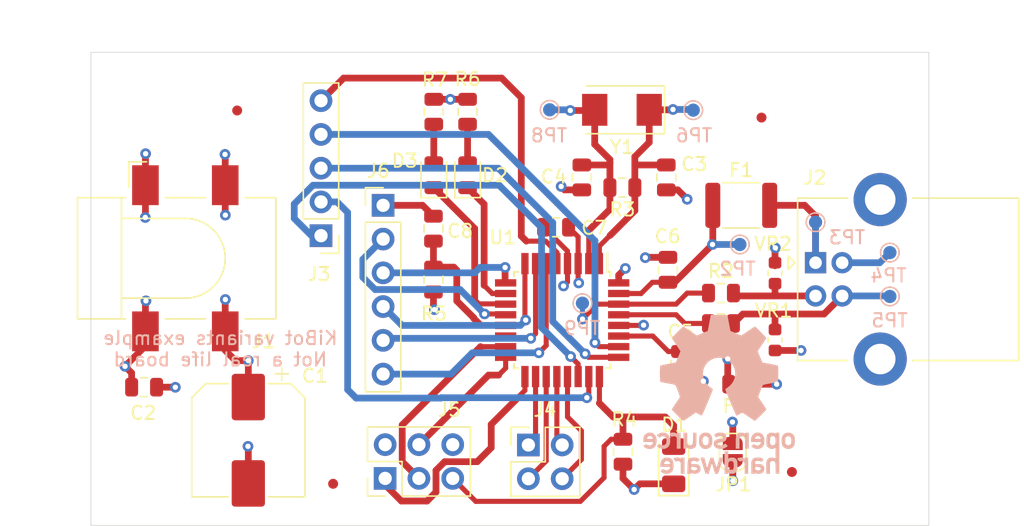
<source format=kicad_pcb>
(kicad_pcb (version 20221018) (generator pcbnew)
  (title_block (rev "${git_hash}") (company "Instituto Nacional de Tecnología Industrial") (comment 4 "An example of KiBot variants"))
  (layers (0 "F.Cu" signal) (1 "In1.Cu" power "GND.Cu") (2 "In2.Cu" power "Power.Cu") (31 "B.Cu" signal) (34 "B.Paste" user) (35 "F.Paste" user) (36 "B.SilkS" user "B.Silkscreen") (37 "F.SilkS" user "F.Silkscreen") (38 "B.Mask" user) (39 "F.Mask" user) (44 "Edge.Cuts" user))
  (net 0 "")
  (net 1 "GND")
  (net 2 "+5V")
  (net 3 "Net-(C3-Pad1)")
  (net 4 "Net-(C4-Pad1)")
  (net 5 "Earth")
  (net 6 "Net-(C5-Pad1)")
  (net 7 "VBUS")
  (net 8 "Net-(C8-Pad2)")
  (net 9 "/DTR")
  (net 10 "/RESET2")
  (net 11 "Net-(D2-Pad2)")
  (net 12 "/RXLED")
  (net 13 "Net-(D3-Pad2)")
  (net 14 "/TXLED")
  (net 15 "Net-(F1-Pad2)")
  (net 16 "Net-(FB1-Pad1)")
  (net 17 "Net-(J2-Pad3)")
  (net 18 "Net-(J2-Pad2)")
  (net 19 "Net-(J3-Pad5)")
  (net 20 "Net-(J3-Pad4)")
  (net 21 "Net-(J3-Pad3)")
  (net 22 "Net-(J3-Pad2)")
  (net 23 "Net-(J3-Pad1)")
  (net 24 "Net-(J4-Pad4)")
  (net 25 "Net-(J4-Pad3)")
  (net 26 "Net-(J4-Pad2)")
  (net 27 "Net-(J4-Pad1)")
  (net 28 "/MOSI2")
  (net 29 "/SCK2")
  (net 30 "/MISO2")
  (net 31 "Net-(J6-Pad6)")
  (net 32 "Net-(J6-Pad5)")
  (net 33 "Net-(J6-Pad4)")
  (net 34 "Net-(J6-Pad3)")
  (net 35 "Net-(J6-Pad2)")
  (net 36 "Net-(R1-Pad1)")
  (net 37 "Net-(R2-Pad1)")
  (net 38 "Net-(U1-Pad14)")
  (footprint "Capacitor_SMD:CP_Elec_8x10" (layer "F.Cu") (at 130.8354 94.8944 -90)
    (fp_text reference "C1" (at -4.8514 -5.0038 180) (layer "F.SilkS"))
    (fp_text value "47uF")
    (pad "1" smd roundrect (at -3.25 0 270) (size 3.5 2.5) (layers "F.Cu" "F.Paste" "F.Mask") (roundrect_rratio 0.1) (net 2 "+5V"))
    (pad "2" smd roundrect (at 3.25 0 270) (size 3.5 2.5) (layers "F.Cu" "F.Paste" "F.Mask") (roundrect_rratio 0.1) (net 1 "GND"))
  )
  (footprint "Capacitor_SMD:C_0805_2012Metric" (layer "F.Cu") (at 123 90.9)
    (fp_text reference "C2" (at -0.064 1.937) (layer "F.SilkS"))
    (fp_text value "100nF")
    (pad "1" smd roundrect (at -0.9375 0) (size 0.975 1.4) (layers "F.Cu" "F.Paste" "F.Mask") (net 2 "+5V"))
    (pad "2" smd roundrect (at 0.9375 0) (size 0.975 1.4) (layers "F.Cu" "F.Paste" "F.Mask") (net 1 "GND"))
  )
  (footprint "Capacitor_SMD:C_0805_2012Metric" (layer "F.Cu") (at 162.26 75.116 -90)
    (fp_text reference "C3" (at -0.9988 -2.1034 180) (layer "F.SilkS"))
    (fp_text value "22pF")
    (pad "1" smd roundrect (at -0.9375 0 270) (size 0.975 1.4) (layers "F.Cu" "F.Paste" "F.Mask") (net 3 "Net-(C3-Pad1)"))
    (pad "2" smd roundrect (at 0.9375 0 270) (size 0.975 1.4) (layers "F.Cu" "F.Paste" "F.Mask") (net 1 "GND"))
  )
  (footprint "Capacitor_SMD:C_0805_2012Metric" (layer "F.Cu") (at 155.91 75.116 -90)
    (fp_text reference "C4" (at -0.059 2.113 180) (layer "F.SilkS"))
    (fp_text value "22pF")
    (pad "1" smd roundrect (at -0.9375 0 270) (size 0.975 1.4) (layers "F.Cu" "F.Paste" "F.Mask") (net 4 "Net-(C4-Pad1)"))
    (pad "2" smd roundrect (at 0.9375 0 270) (size 0.975 1.4) (layers "F.Cu" "F.Paste" "F.Mask") (net 1 "GND"))
  )
  (footprint "Capacitor_SMD:C_0805_2012Metric" (layer "F.Cu") (at 163.322 89.154 -90)
    (fp_text reference "C5" (at -2.413 0 180) (layer "F.SilkS"))
    (fp_text value "1uF")
    (pad "1" smd roundrect (at -0.9375 0 270) (size 0.975 1.4) (layers "F.Cu" "F.Paste" "F.Mask") (net 6 "Net-(C5-Pad1)"))
    (pad "2" smd roundrect (at 0.9375 0 270) (size 0.975 1.4) (layers "F.Cu" "F.Paste" "F.Mask") (net 5 "Earth"))
  )
  (footprint "Capacitor_SMD:C_0805_2012Metric" (layer "F.Cu") (at 153.9748 78.867)
    (fp_text reference "C7" (at 2.8702 0.0508) (layer "F.SilkS"))
    (fp_text value "100nF")
    (pad "1" smd roundrect (at -0.9375 0) (size 0.975 1.4) (layers "F.Cu" "F.Paste" "F.Mask") (net 2 "+5V"))
    (pad "2" smd roundrect (at 0.9375 0) (size 0.975 1.4) (layers "F.Cu" "F.Paste" "F.Mask") (net 1 "GND"))
  )
  (footprint "Capacitor_SMD:C_0805_2012Metric" (layer "F.Cu") (at 144.7546 78.9686 90)
    (fp_text reference "C8" (at -0.1778 2.0066 180) (layer "F.SilkS"))
    (fp_text value "100nF")
    (pad "1" smd roundrect (at -0.9375 0 90) (size 0.975 1.4) (layers "F.Cu" "F.Paste" "F.Mask") (net 9 "/DTR"))
    (pad "2" smd roundrect (at 0.9375 0 90) (size 0.975 1.4) (layers "F.Cu" "F.Paste" "F.Mask") (net 8 "Net-(C8-Pad2)"))
  )
  (footprint "Diode_SMD:D_1206_3216Metric" (layer "F.Cu") (at 162.814 96.774 90)
    (fp_text reference "D1" (at 3.048 0.0508 180) (layer "F.SilkS"))
    (fp_text value "CD1206-S01575")
    (pad "1" smd roundrect (at -1.4 0 90) (size 1.25 1.75) (layers "F.Cu" "F.Paste" "F.Mask") (roundrect_rratio 0.2) (net 2 "+5V"))
    (pad "2" smd roundrect (at 1.4 0 90) (size 1.25 1.75) (layers "F.Cu" "F.Paste" "F.Mask") (roundrect_rratio 0.2) (net 10 "/RESET2"))
  )
  (footprint "LED_SMD:LED_0805_2012Metric" (layer "F.Cu") (at 147.32 74.95 90)
    (fp_text reference "D2" (at -0.0054 2.0574 180) (layer "F.SilkS"))
    (fp_text value "LED")
    (pad "1" smd roundrect (at -0.9375 0 90) (size 0.975 1.4) (layers "F.Cu" "F.Paste" "F.Mask") (net 12 "/RXLED"))
    (pad "2" smd roundrect (at 0.9375 0 90) (size 0.975 1.4) (layers "F.Cu" "F.Paste" "F.Mask") (net 11 "Net-(D2-Pad2)"))
  )
  (footprint "LED_SMD:LED_0805_2012Metric" (layer "F.Cu") (at 144.78 74.95 90)
    (fp_text reference "D3" (at 1.0868 -2.1844 180) (layer "F.SilkS"))
    (fp_text value "LED")
    (pad "1" smd roundrect (at -0.9375 0 90) (size 0.975 1.4) (layers "F.Cu" "F.Paste" "F.Mask") (net 14 "/TXLED"))
    (pad "2" smd roundrect (at 0.9375 0 90) (size 0.975 1.4) (layers "F.Cu" "F.Paste" "F.Mask") (net 13 "Net-(D3-Pad2)"))
  )
  (footprint "Resistor_SMD:R_1812_4532Metric" (layer "F.Cu") (at 167.894 77.216)
    (fp_text reference "F1" (at 0 -2.65) (layer "F.SilkS"))
    (fp_text value "MF-MSMF050-2")
    (pad "1" smd roundrect (at -2.1375 0) (size 1.125 3.4) (layers "F.Cu" "F.Paste" "F.Mask") (roundrect_rratio 0.2222222222) (net 7 "VBUS"))
    (pad "2" smd roundrect (at 2.1375 0) (size 1.125 3.4) (layers "F.Cu" "F.Paste" "F.Mask") (roundrect_rratio 0.2222222222) (net 15 "Net-(F1-Pad2)"))
  )
  (footprint "Resistor_SMD:R_0805_2012Metric" (layer "F.Cu") (at 167.894 90.678 180)
    (fp_text reference "FB1" (at 0 -1.65) (layer "F.SilkS"))
    (fp_text value "BLM21PG221SN1D")
    (pad "1" smd roundrect (at -0.9375 0 180) (size 0.975 1.4) (layers "F.Cu" "F.Paste" "F.Mask") (net 16 "Net-(FB1-Pad1)"))
    (pad "2" smd roundrect (at 0.9375 0 180) (size 0.975 1.4) (layers "F.Cu" "F.Paste" "F.Mask") (net 5 "Earth"))
  )
  (footprint "Fiducial:Fiducial_0.75mm_Mask1.5mm" (layer "F.Cu") (at 169.418 70.612)
    (fp_text reference "FID1" hide)
    (fp_text value "Fiducial")
    (pad "" smd circle (at 0 0) (size 0.75 0.75) (layers "F.Cu" "F.Mask") (clearance 0.375))
  )
  (footprint "Fiducial:Fiducial_0.75mm_Mask1.5mm" (layer "F.Cu") (at 171.704 97.282)
    (fp_text reference "FID2" hide)
    (fp_text value "Fiducial")
    (pad "" smd circle (at 0 0) (size 0.75 0.75) (layers "F.Cu" "F.Mask") (clearance 0.375))
  )
  (footprint "Fiducial:Fiducial_0.75mm_Mask1.5mm" (layer "F.Cu") (at 129.9972 70.0786)
    (fp_text reference "FID3" hide)
    (fp_text value "Fiducial")
    (pad "" smd circle (at 0 0) (size 0.75 0.75) (layers "F.Cu" "F.Mask") (clearance 0.375))
  )
  (footprint "Fiducial:Fiducial_0.75mm_Mask1.5mm" (layer "F.Cu") (at 137.2108 98.171)
    (fp_text reference "FID4" hide)
    (fp_text value "Fiducial")
    (pad "" smd circle (at 0 0) (size 0.75 0.75) (layers "F.Cu" "F.Mask") (clearance 0.375))
  )
  (footprint "MountingHole:MountingHole_2.7mm_M2.5" (layer "F.Cu") (at 177 97)
    (fp_text reference "H1" hide)
    (fp_text value "MountingHole")
    (pad "" np_thru_hole circle (at 0 0) (size 2.7 2.7) (drill 2.7) (layers "*.Cu" "*.Mask"))
  )
  (footprint "MountingHole:MountingHole_2.7mm_M2.5" (layer "F.Cu") (at 123 97)
    (fp_text reference "H2" hide)
    (fp_text value "MountingHole")
    (pad "" np_thru_hole circle (at 0 0) (size 2.7 2.7) (drill 2.7) (layers "*.Cu" "*.Mask"))
  )
  (footprint "MountingHole:MountingHole_2.7mm_M2.5" (layer "F.Cu") (at 123 69.5)
    (fp_text reference "H3" hide)
    (fp_text value "MountingHole")
    (pad "" np_thru_hole circle (at 0 0) (size 2.7 2.7) (drill 2.7) (layers "*.Cu" "*.Mask"))
  )
  (footprint "MountingHole:MountingHole_2.7mm_M2.5" (layer "F.Cu") (at 177 69.5)
    (fp_text reference "H4" hide)
    (fp_text value "MountingHole")
    (pad "" np_thru_hole circle (at 0 0) (size 2.7 2.7) (drill 2.7) (layers "*.Cu" "*.Mask"))
  )
  (footprint "Connector_BarrelJack:BarrelJack_CLIFF_FC681465S_SMT_Horizontal" (layer "F.Cu") (at 126.1 81.2)
    (fp_text reference "J1" (at 5.8784 6.2522 180) (layer "F.SilkS"))
    (fp_text value "Barrel_Jack_Switch")
    (pad "" np_thru_hole oval (at -2.9 0 90) (size 2 1.5) (drill oval 2 1.5) (layers "*.Cu" "*.Mask"))
    (pad "" np_thru_hole circle (at 1.5 0 90) (size 2 2) (drill 2) (layers "*.Cu" "*.Mask"))
    (pad "1" smd rect (at -3 -5.5 90) (size 3 2) (layers "F.Cu" "F.Paste" "F.Mask") (net 1 "GND"))
    (pad "1" smd rect (at 3 -5.5 90) (size 3 2) (layers "F.Cu" "F.Paste" "F.Mask") (net 1 "GND"))
    (pad "2" smd rect (at 3 5.5 90) (size 3 2) (layers "F.Cu" "F.Paste" "F.Mask") (net 2 "+5V"))
    (pad "3" smd rect (at -3 5.5 90) (size 3 2) (layers "F.Cu" "F.Paste" "F.Mask") (net 2 "+5V"))
  )
  (footprint "Connector_PinHeader_2.54mm:PinHeader_1x05_P2.54mm_Vertical" (layer "F.Cu") (at 136.3 79.5 180)
    (fp_text reference "J3" (at 0.156 -2.8976) (layer "F.SilkS"))
    (fp_text value "P1")
    (pad "1" thru_hole rect (at 0 0 180) (size 1.7 1.7) (drill 1) (layers "*.Cu" "*.Mask") (net 23 "Net-(J3-Pad1)"))
    (pad "2" thru_hole oval (at 0 2.54 180) (size 1.7 1.7) (drill 1) (layers "*.Cu" "*.Mask") (net 22 "Net-(J3-Pad2)"))
    (pad "3" thru_hole oval (at 0 5.08 180) (size 1.7 1.7) (drill 1) (layers "*.Cu" "*.Mask") (net 21 "Net-(J3-Pad3)"))
    (pad "4" thru_hole oval (at 0 7.62 180) (size 1.7 1.7) (drill 1) (layers "*.Cu" "*.Mask") (net 20 "Net-(J3-Pad4)"))
    (pad "5" thru_hole oval (at 0 10.16 180) (size 1.7 1.7) (drill 1) (layers "*.Cu" "*.Mask") (net 19 "Net-(J3-Pad5)"))
  )
  (footprint "Connector_PinHeader_2.54mm:PinHeader_2x02_P2.54mm_Vertical" (layer "F.Cu") (at 151.892 95.25)
    (fp_text reference "J4" (at 1.2446 -2.6416) (layer "F.SilkS"))
    (fp_text value "2x2M")
    (pad "1" thru_hole rect (at 0 0) (size 1.7 1.7) (drill 1) (layers "*.Cu" "*.Mask") (net 27 "Net-(J4-Pad1)"))
    (pad "2" thru_hole oval (at 2.54 0) (size 1.7 1.7) (drill 1) (layers "*.Cu" "*.Mask") (net 26 "Net-(J4-Pad2)"))
    (pad "3" thru_hole oval (at 0 2.54) (size 1.7 1.7) (drill 1) (layers "*.Cu" "*.Mask") (net 25 "Net-(J4-Pad3)"))
    (pad "4" thru_hole oval (at 2.54 2.54) (size 1.7 1.7) (drill 1) (layers "*.Cu" "*.Mask") (net 24 "Net-(J4-Pad4)"))
  )
  (footprint "Connector_PinHeader_2.54mm:PinHeader_2x03_P2.54mm_Vertical" (layer "F.Cu") (at 141.1224 97.7646 90)
    (fp_text reference "J5" (at 5.1562 4.826 180) (layer "F.SilkS"))
    (fp_text value "ICSP1")
    (pad "1" thru_hole rect (at 0 0 90) (size 1.7 1.7) (drill 1) (layers "*.Cu" "*.Mask") (net 30 "/MISO2"))
    (pad "2" thru_hole oval (at 2.54 0 90) (size 1.7 1.7) (drill 1) (layers "*.Cu" "*.Mask") (net 2 "+5V"))
    (pad "3" thru_hole oval (at 0 2.54 90) (size 1.7 1.7) (drill 1) (layers "*.Cu" "*.Mask") (net 29 "/SCK2"))
    (pad "4" thru_hole oval (at 2.54 2.54 90) (size 1.7 1.7) (drill 1) (layers "*.Cu" "*.Mask") (net 28 "/MOSI2"))
    (pad "5" thru_hole oval (at 0 5.08 90) (size 1.7 1.7) (drill 1) (layers "*.Cu" "*.Mask") (net 10 "/RESET2"))
    (pad "6" thru_hole oval (at 2.54 5.08 90) (size 1.7 1.7) (drill 1) (layers "*.Cu" "*.Mask") (net 1 "GND"))
  )
  (footprint "Connector_PinHeader_2.54mm:PinHeader_1x06_P2.54mm_Vertical" (layer "F.Cu") (at 140.97 77.216)
    (fp_text reference "J6" (at -0.3556 -2.5908) (layer "F.SilkS"))
    (fp_text value "P2")
    (pad "1" thru_hole rect (at 0 0) (size 1.7 1.7) (drill 1) (layers "*.Cu" "*.Mask") (net 8 "Net-(C8-Pad2)"))
    (pad "2" thru_hole oval (at 0 2.54) (size 1.7 1.7) (drill 1) (layers "*.Cu" "*.Mask") (net 35 "Net-(J6-Pad2)"))
    (pad "3" thru_hole oval (at 0 5.08) (size 1.7 1.7) (drill 1) (layers "*.Cu" "*.Mask") (net 34 "Net-(J6-Pad3)"))
    (pad "4" thru_hole oval (at 0 7.62) (size 1.7 1.7) (drill 1) (layers "*.Cu" "*.Mask") (net 33 "Net-(J6-Pad4)"))
    (pad "5" thru_hole oval (at 0 10.16) (size 1.7 1.7) (drill 1) (layers "*.Cu" "*.Mask") (net 32 "Net-(J6-Pad5)"))
    (pad "6" thru_hole oval (at 0 12.7) (size 1.7 1.7) (drill 1) (layers "*.Cu" "*.Mask") (net 31 "Net-(J6-Pad6)"))
  )
  (footprint "Jumper:SolderJumper-2_P1.3mm_Open_RoundedPad1.0x1.5mm" (layer "F.Cu") (at 167.259 95.7834 -90)
    (fp_text reference "JP1" (at 2.4384 -0.0508 180) (layer "F.SilkS"))
    (fp_text value "SolderJumper_2_Open")
    (pad "1" smd custom (at -0.65 0 270) (size 1 0.5) (layers "F.Cu" "F.Mask") (net 5 "Earth") (options (clearance outline) (anchor rect)) (primitives (gr_circle (center 0 0.25) (end 0.5 0.25) (width 0) (fill yes)) (gr_circle (center 0 -0.25) (end 0.5 -0.25) (width 0) (fill yes)) (gr_poly (pts (xy 0 -0.75) (xy 0.5 -0.75) (xy 0.5 0.75) (xy 0 0.75)) (width 0) (fill yes))))
    (pad "2" smd custom (at 0.65 0 270) (size 1 0.5) (layers "F.Cu" "F.Mask") (net 1 "GND") (options (clearance outline) (anchor rect)) (primitives (gr_circle (center 0 0.25) (end 0.5 0.25) (width 0) (fill yes)) (gr_circle (center 0 -0.25) (end 0.5 -0.25) (width 0) (fill yes)) (gr_poly (pts (xy 0 -0.75) (xy -0.5 -0.75) (xy -0.5 0.75) (xy 0 0.75)) (width 0) (fill yes))))
  )
  (footprint "Resistor_SMD:R_0805_2012Metric" (layer "F.Cu") (at 166.37 86.106)
    (fp_text reference "R1" (at 0.0762 1.8034) (layer "F.SilkS"))
    (fp_text value "22R")
    (pad "1" smd roundrect (at -0.9375 0) (size 0.975 1.4) (layers "F.Cu" "F.Paste" "F.Mask") (net 36 "Net-(R1-Pad1)"))
    (pad "2" smd roundrect (at 0.9375 0) (size 0.975 1.4) (layers "F.Cu" "F.Paste" "F.Mask") (net 17 "Net-(J2-Pad3)"))
  )
  (footprint "Resistor_SMD:R_0805_2012Metric" (layer "F.Cu") (at 166.37 83.82)
    (fp_text reference "R2" (at 0 -1.65) (layer "F.SilkS"))
    (fp_text value "22R")
    (pad "1" smd roundrect (at -0.9375 0) (size 0.975 1.4) (layers "F.Cu" "F.Paste" "F.Mask") (net 37 "Net-(R2-Pad1)"))
    (pad "2" smd roundrect (at 0.9375 0) (size 0.975 1.4) (layers "F.Cu" "F.Paste" "F.Mask") (net 18 "Net-(J2-Pad2)"))
  )
  (footprint "Resistor_SMD:R_0805_2012Metric" (layer "F.Cu") (at 158.958 75.878 180)
    (fp_text reference "R3" (at 0 -1.65) (layer "F.SilkS"))
    (fp_text value "1M")
    (pad "1" smd roundrect (at -0.9375 0 180) (size 0.975 1.4) (layers "F.Cu" "F.Paste" "F.Mask") (net 3 "Net-(C3-Pad1)"))
    (pad "2" smd roundrect (at 0.9375 0 180) (size 0.975 1.4) (layers "F.Cu" "F.Paste" "F.Mask") (net 4 "Net-(C4-Pad1)"))
  )
  (footprint "Resistor_SMD:R_0805_2012Metric" (layer "F.Cu") (at 159.004 95.758 90)
    (fp_text reference "R4" (at 2.4384 0.1016 180) (layer "F.SilkS"))
    (fp_text value "10K")
    (pad "1" smd roundrect (at -0.9375 0 90) (size 0.975 1.4) (layers "F.Cu" "F.Paste" "F.Mask") (net 2 "+5V"))
    (pad "2" smd roundrect (at 0.9375 0 90) (size 0.975 1.4) (layers "F.Cu" "F.Paste" "F.Mask") (net 10 "/RESET2"))
  )
  (footprint "Resistor_SMD:R_0805_2012Metric" (layer "F.Cu") (at 144.7546 82.804 -90)
    (fp_text reference "R5" (at 2.5654 -0.0254 180) (layer "F.SilkS"))
    (fp_text value "1K")
    (pad "1" smd roundrect (at -0.9375 0 270) (size 0.975 1.4) (layers "F.Cu" "F.Paste" "F.Mask") (net 9 "/DTR"))
    (pad "2" smd roundrect (at 0.9375 0 270) (size 0.975 1.4) (layers "F.Cu" "F.Paste" "F.Mask") (net 1 "GND"))
  )
  (footprint "Resistor_SMD:R_0805_2012Metric" (layer "F.Cu") (at 147.32 70.1748 -90)
    (fp_text reference "R6" (at -2.4584 0 180) (layer "F.SilkS"))
    (fp_text value "1K")
    (pad "1" smd roundrect (at -0.9375 0 270) (size 0.975 1.4) (layers "F.Cu" "F.Paste" "F.Mask") (net 2 "+5V"))
    (pad "2" smd roundrect (at 0.9375 0 270) (size 0.975 1.4) (layers "F.Cu" "F.Paste" "F.Mask") (net 11 "Net-(D2-Pad2)"))
  )
  (footprint "Resistor_SMD:R_0805_2012Metric" (layer "F.Cu") (at 144.78 70.1748 -90)
    (fp_text reference "R7" (at -2.4076 -0.0762 180) (layer "F.SilkS"))
    (fp_text value "1K")
    (pad "1" smd roundrect (at -0.9375 0 270) (size 0.975 1.4) (layers "F.Cu" "F.Paste" "F.Mask") (net 2 "+5V"))
    (pad "2" smd roundrect (at 0.9375 0 270) (size 0.975 1.4) (layers "F.Cu" "F.Paste" "F.Mask") (net 13 "Net-(D3-Pad2)"))
  )
  (footprint "Resistor_SMD:R_0603_1608Metric" (layer "F.Cu") (at 170.434 87.3505 -90)
    (fp_text reference "VR1" (at -2.2097 0.1016 180) (layer "F.SilkS"))
    (fp_text value "CG0603MLC-05E")
    (pad "1" smd roundrect (at -0.7875 0 270) (size 0.875 0.95) (layers "F.Cu" "F.Paste" "F.Mask") (net 17 "Net-(J2-Pad3)"))
    (pad "2" smd roundrect (at 0.7875 0 270) (size 0.875 0.95) (layers "F.Cu" "F.Paste" "F.Mask") (net 16 "Net-(FB1-Pad1)"))
  )
  (footprint "Crystal:Crystal_SMD_Abracon_ABM3-2Pin_5.0x3.2mm" (layer "F.Cu") (at 158.9278 70.0278 180)
    (fp_text reference "Y1" (at 0 -2.8) (layer "F.SilkS"))
    (fp_text value "16MHz")
    (pad "1" smd rect (at -2.05 0 180) (size 1.9 2.4) (layers "F.Cu" "F.Paste" "F.Mask") (net 3 "Net-(C3-Pad1)"))
    (pad "2" smd rect (at 2.05 0 180) (size 1.9 2.4) (layers "F.Cu" "F.Paste" "F.Mask") (net 4 "Net-(C4-Pad1)"))
  )
  (footprint "Connector_USB:USB_B_Lumberg_2411_02_Horizontal" (layer "F.Cu") (at 173.482 81.534)
    (fp_text reference "J2" (at -0.0508 -6.4008) (layer "F.SilkS"))
    (fp_text value "USB_B")
    (pad "1" thru_hole rect (at 0 0 90) (size 1.6 1.6) (drill 0.95) (layers "*.Cu" "*.Mask") (net 15 "Net-(F1-Pad2)"))
    (pad "2" thru_hole circle (at 0 2.5 90) (size 1.6 1.6) (drill 0.95) (layers "*.Cu" "*.Mask") (net 18 "Net-(J2-Pad2)"))
    (pad "3" thru_hole circle (at 2 2.5 90) (size 1.6 1.6) (drill 0.95) (layers "*.Cu" "*.Mask") (net 17 "Net-(J2-Pad3)"))
    (pad "4" thru_hole circle (at 2 0 90) (size 1.6 1.6) (drill 0.95) (layers "*.Cu" "*.Mask") (net 5 "Earth"))
    (pad "5" thru_hole circle (at 4.86 -4.75 90) (size 4 4) (drill 2.3) (layers "*.Cu" "*.Mask") (net 16 "Net-(FB1-Pad1)"))
    (pad "5" thru_hole circle (at 4.86 7.25 90) (size 4 4) (drill 2.3) (layers "*.Cu" "*.Mask") (net 16 "Net-(FB1-Pad1)"))
  )
  (footprint "Package_QFP:TQFP-32_7x7mm_P0.8mm" (layer "F.Cu") (at 154.432 85.852 -90)
    (fp_text reference "U1" (at -6.223 4.4704 180) (layer "F.SilkS"))
    (fp_text value "ATmega8U2-AU")
    (pad "1" smd rect (at -4.25 -2.8 270) (size 1.6 0.55) (layers "F.Cu" "F.Paste" "F.Mask") (net 3 "Net-(C3-Pad1)"))
    (pad "2" smd rect (at -4.25 -2 270) (size 1.6 0.55) (layers "F.Cu" "F.Paste" "F.Mask") (net 4 "Net-(C4-Pad1)"))
    (pad "3" smd rect (at -4.25 -1.2 270) (size 1.6 0.55) (layers "F.Cu" "F.Paste" "F.Mask") (net 1 "GND"))
    (pad "4" smd rect (at -4.25 -0.4 270) (size 1.6 0.55) (layers "F.Cu" "F.Paste" "F.Mask") (net 2 "+5V"))
    (pad "5" smd rect (at -4.25 0.4 270) (size 1.6 0.55) (layers "F.Cu" "F.Paste" "F.Mask") (net 19 "Net-(J3-Pad5)"))
    (pad "6" smd rect (at -4.25 1.2 270) (size 1.6 0.55) (layers "F.Cu" "F.Paste" "F.Mask") (net 31 "Net-(J6-Pad6)"))
    (pad "7" smd rect (at -4.25 2 270) (size 1.6 0.55) (layers "F.Cu" "F.Paste" "F.Mask") (net 32 "Net-(J6-Pad5)"))
    (pad "8" smd rect (at -4.25 2.8 270) (size 1.6 0.55) (layers "F.Cu" "F.Paste" "F.Mask") (net 33 "Net-(J6-Pad4)"))
    (pad "9" smd rect (at -2.8 4.25) (size 1.6 0.55) (layers "F.Cu" "F.Paste" "F.Mask") (net 34 "Net-(J6-Pad3)"))
    (pad "10" smd rect (at -2 4.25) (size 1.6 0.55) (layers "F.Cu" "F.Paste" "F.Mask") (net 12 "/RXLED"))
    (pad "11" smd rect (at -1.2 4.25) (size 1.6 0.55) (layers "F.Cu" "F.Paste" "F.Mask") (net 14 "/TXLED"))
    (pad "12" smd rect (at -0.4 4.25) (size 1.6 0.55) (layers "F.Cu" "F.Paste" "F.Mask") (net 35 "Net-(J6-Pad2)"))
    (pad "13" smd rect (at 0.4 4.25) (size 1.6 0.55) (layers "F.Cu" "F.Paste" "F.Mask") (net 9 "/DTR"))
    (pad "14" smd rect (at 1.2 4.25) (size 1.6 0.55) (layers "F.Cu" "F.Paste" "F.Mask") (net 38 "Net-(U1-Pad14)"))
    (pad "15" smd rect (at 2 4.25) (size 1.6 0.55) (layers "F.Cu" "F.Paste" "F.Mask") (net 29 "/SCK2"))
    (pad "16" smd rect (at 2.8 4.25) (size 1.6 0.55) (layers "F.Cu" "F.Paste" "F.Mask") (net 28 "/MOSI2"))
    (pad "17" smd rect (at 4.25 2.8 270) (size 1.6 0.55) (layers "F.Cu" "F.Paste" "F.Mask") (net 30 "/MISO2"))
    (pad "18" smd rect (at 4.25 2 270) (size 1.6 0.55) (layers "F.Cu" "F.Paste" "F.Mask") (net 27 "Net-(J4-Pad1)"))
    (pad "19" smd rect (at 4.25 1.2 270) (size 1.6 0.55) (layers "F.Cu" "F.Paste" "F.Mask") (net 25 "Net-(J4-Pad3)"))
    (pad "20" smd rect (at 4.25 0.4 270) (size 1.6 0.55) (layers "F.Cu" "F.Paste" "F.Mask") (net 26 "Net-(J4-Pad2)"))
    (pad "21" smd rect (at 4.25 -0.4 270) (size 1.6 0.55) (layers "F.Cu" "F.Paste" "F.Mask") (net 24 "Net-(J4-Pad4)"))
    (pad "22" smd rect (at 4.25 -1.2 270) (size 1.6 0.55) (layers "F.Cu" "F.Paste" "F.Mask") (net 23 "Net-(J3-Pad1)"))
    (pad "23" smd rect (at 4.25 -2 270) (size 1.6 0.55) (layers "F.Cu" "F.Paste" "F.Mask") (net 22 "Net-(J3-Pad2)"))
    (pad "24" smd rect (at 4.25 -2.8 270) (size 1.6 0.55) (layers "F.Cu" "F.Paste" "F.Mask") (net 10 "/RESET2"))
    (pad "25" smd rect (at 2.8 -4.25) (size 1.6 0.55) (layers "F.Cu" "F.Paste" "F.Mask") (net 21 "Net-(J3-Pad3)"))
    (pad "26" smd rect (at 2 -4.25) (size 1.6 0.55) (layers "F.Cu" "F.Paste" "F.Mask") (net 20 "Net-(J3-Pad4)"))
    (pad "27" smd rect (at 1.2 -4.25) (size 1.6 0.55) (layers "F.Cu" "F.Paste" "F.Mask") (net 6 "Net-(C5-Pad1)"))
    (pad "28" smd rect (at 0.4 -4.25) (size 1.6 0.55) (layers "F.Cu" "F.Paste" "F.Mask") (net 5 "Earth"))
    (pad "29" smd rect (at -0.4 -4.25) (size 1.6 0.55) (layers "F.Cu" "F.Paste" "F.Mask") (net 36 "Net-(R1-Pad1)"))
    (pad "30" smd rect (at -1.2 -4.25) (size 1.6 0.55) (layers "F.Cu" "F.Paste" "F.Mask") (net 37 "Net-(R2-Pad1)"))
    (pad "31" smd rect (at -2 -4.25) (size 1.6 0.55) (layers "F.Cu" "F.Paste" "F.Mask") (net 7 "VBUS"))
    (pad "32" smd rect (at -2.8 -4.25) (size 1.6 0.55) (layers "F.Cu" "F.Paste" "F.Mask") (net 2 "+5V"))
  )
  (footprint "Resistor_SMD:R_0603_1608Metric" (layer "F.Cu") (at 170.434 82.3214 90)
    (fp_text reference "VR2" (at 2.2098 -0.1524 180) (layer "F.SilkS"))
    (fp_text value "CG0603MLC-05E")
    (pad "1" smd roundrect (at -0.7875 0 90) (size 0.875 0.95) (layers "F.Cu" "F.Paste" "F.Mask") (net 18 "Net-(J2-Pad2)"))
    (pad "2" smd roundrect (at 0.7875 0 90) (size 0.875 0.95) (layers "F.Cu" "F.Paste" "F.Mask") (net 16 "Net-(FB1-Pad1)"))
  )
  (footprint "Capacitor_SMD:C_0805_2012Metric" (layer "F.Cu") (at 162.3822 82.0674 90)
    (fp_text reference "C6" (at 2.5146 -0.0254 180) (layer "F.SilkS"))
    (fp_text value "100nF")
    (pad "1" smd roundrect (at -0.9375 0 90) (size 0.975 1.4) (layers "F.Cu" "F.Paste" "F.Mask") (net 7 "VBUS"))
    (pad "2" smd roundrect (at 0.9375 0 90) (size 0.975 1.4) (layers "F.Cu" "F.Paste" "F.Mask") (net 5 "Earth"))
  )
  (footprint "TestPoint:TestPoint_Pad_D1.0mm" (layer "B.Cu") (at 167.7924 80.1624)
    (fp_text reference "TP2" (at -0.1778 1.8288) (layer "B.SilkS") (effects (justify mirror)))
    (fp_text value "TestPoint")
    (pad "1" smd circle (at 0 0) (size 1 1) (layers "B.Cu" "B.Mask") (net 7 "VBUS"))
  )
  (footprint "TestPoint:TestPoint_Pad_D1.0mm" (layer "B.Cu") (at 173.482 78.486)
    (fp_text reference "TP3" (at 2.3622 1.143) (layer "B.SilkS") (effects (justify mirror)))
    (fp_text value "TestPoint")
    (pad "1" smd circle (at 0 0) (size 1 1) (layers "B.Cu" "B.Mask") (net 15 "Net-(F1-Pad2)"))
  )
  (footprint "TestPoint:TestPoint_Pad_D1.0mm" (layer "B.Cu") (at 179.07 80.772)
    (fp_text reference "TP4" (at -0.1016 1.7272) (layer "B.SilkS") (effects (justify mirror)))
    (fp_text value "TestPoint")
    (pad "1" smd circle (at 0 0) (size 1 1) (layers "B.Cu" "B.Mask") (net 5 "Earth"))
  )
  (footprint "TestPoint:TestPoint_Pad_D1.0mm" (layer "B.Cu") (at 179.07 84.074)
    (fp_text reference "TP5" (at -0.0254 1.8034) (layer "B.SilkS") (effects (justify mirror)))
    (fp_text value "TestPoint")
    (pad "1" smd circle (at 0 0) (size 1 1) (layers "B.Cu" "B.Mask") (net 17 "Net-(J2-Pad3)"))
  )
  (footprint "TestPoint:TestPoint_Pad_D1.0mm" (layer "B.Cu") (at 164.2872 70.0532)
    (fp_text reference "TP6" (at 0.0508 1.905) (layer "B.SilkS") (effects (justify mirror)))
    (fp_text value "TestPoint")
    (pad "1" smd circle (at 0 0) (size 1 1) (layers "B.Cu" "B.Mask") (net 3 "Net-(C3-Pad1)"))
  )
  (footprint "TestPoint:TestPoint_Pad_D1.0mm" (layer "B.Cu") (at 153.4922 70.0278)
    (fp_text reference "TP8" (at -0.0508 1.9304) (layer "B.SilkS") (effects (justify mirror)))
    (fp_text value "TestPoint")
    (pad "1" smd circle (at 0 0) (size 1 1) (layers "B.Cu" "B.Mask") (net 4 "Net-(C4-Pad1)"))
  )
  (footprint "TestPoint:TestPoint_Pad_D1.0mm" (layer "B.Cu") (at 155.956 84.582)
    (fp_text reference "TP9" (at -0.0254 1.8796) (layer "B.SilkS") (effects (justify mirror)))
    (fp_text value "TestPoint")
    (pad "1" smd circle (at 0 0) (size 1 1) (layers "B.Cu" "B.Mask") (net 37 "Net-(R2-Pad1)"))
  )
  (footprint "Symbol:OSHW-Logo_11.4x12mm_SilkScreen" (layer "B.Cu") (at 166.243 91.44 180)
    (fp_text reference "LOGO1" hide)
    (fp_text value "Logo_Open_Hardware_Large" hide)
  )
  (gr_line (start 119 101.3) (end 182 101.3) (stroke (width 0.05)) (layer "Edge.Cuts"))
  (gr_line (start 182 101.3) (end 182 65.7) (stroke (width 0.05)) (layer "Edge.Cuts"))
  (gr_line (start 119 65.7) (end 119 101.3) (stroke (width 0.05)) (layer "Edge.Cuts"))
  (gr_line (start 182 65.7) (end 119 65.7) (stroke (width 0.05)) (layer "Edge.Cuts"))
  (gr_text "KiBot variants example\nNot a real life board" (at 128.7272 88.011) (layer "B.SilkS") (effects (font (size 1 1)) (justify mirror)))
  (segment (start 144.7546 84.9884) (end 144.8308 85.0646) (width 0.508) (layer "F.Cu") (net 1))
  (segment (start 125.3424 90.9) (end 125.349 90.9066) (width 0.508) (layer "F.Cu") (net 1))
  (segment (start 129.1 75.7) (end 129.1 77.9444) (width 0.508) (layer "F.Cu") (net 1))
  (segment (start 155.632 83.0134) (end 155.6766 83.058) (width 0.381) (layer "F.Cu") (net 1))
  (segment (start 144.7546 83.7415) (end 144.7546 84.9884) (width 0.508) (layer "F.Cu") (net 1))
  (segment (start 123.9375 90.9) (end 125.3424 90.9) (width 0.508) (layer "F.Cu") (net 1))
  (segment (start 123.1 75.7) (end 123.1 78.1188) (width 0.508) (layer "F.Cu") (net 1))
  (segment (start 163.1247 76.0535) (end 163.83 76.7588) (width 0.508) (layer "F.Cu") (net 1))
  (segment (start 155.632 79.5867) (end 154.9123 78.867) (width 0.381) (layer "F.Cu") (net 1))
  (segment (start 155.632 81.602) (end 155.632 83.0134) (width 0.381) (layer "F.Cu") (net 1))
  (segment (start 123.1 75.7) (end 123.1 73.3436) (width 0.508) (layer "F.Cu") (net 1))
  (segment (start 154.6157 76.0535) (end 154.3558 75.7936) (width 0.508) (layer "F.Cu") (net 1))
  (segment (start 123.1 73.3436) (end 123.1138 73.3298) (width 0.508) (layer "F.Cu") (net 1))
  (segment (start 162.26 76.0535) (end 163.1247 76.0535) (width 0.508) (layer "F.Cu") (net 1))
  (segment (start 155.91 76.0535) (end 154.6157 76.0535) (width 0.508) (layer "F.Cu") (net 1))
  (segment (start 167.259 96.4334) (end 167.259 97.9424) (width 0.508) (layer "F.Cu") (net 1))
  (segment (start 130.8354 95.377) (end 130.81 95.3516) (width 0.508) (layer "F.Cu") (net 1))
  (segment (start 129.1 73.3978) (end 129.0828 73.3806) (width 0.508) (layer "F.Cu") (net 1))
  (segment (start 129.1 77.9444) (end 129.1082 77.9526) (width 0.508) (layer "F.Cu") (net 1))
  (segment (start 123.1 78.1188) (end 123.0884 78.1304) (width 0.508) (layer "F.Cu") (net 1))
  (segment (start 155.632 81.602) (end 155.632 79.5867) (width 0.381) (layer "F.Cu") (net 1))
  (segment (start 130.8354 98.1444) (end 130.8354 95.377) (width 0.508) (layer "F.Cu") (net 1))
  (segment (start 129.1 75.7) (end 129.1 73.3978) (width 0.508) (layer "F.Cu") (net 1))
  (via (at 154.3558 75.7936) (size 0.8) (drill 0.4) (layers "F.Cu" "B.Cu") (net 1))
  (via (at 123.1138 73.3298) (size 0.8) (drill 0.4) (layers "F.Cu" "B.Cu") (net 1))
  (via (at 129.1082 77.9526) (size 0.8) (drill 0.4) (layers "F.Cu" "B.Cu") (net 1))
  (via (at 167.259 97.9424) (size 0.8) (drill 0.4) (layers "F.Cu" "B.Cu") (net 1))
  (via (at 155.6766 83.058) (size 0.8) (drill 0.4) (layers "F.Cu" "B.Cu") (net 1))
  (via (at 163.83 76.7588) (size 0.8) (drill 0.4) (layers "F.Cu" "B.Cu") (net 1))
  (via (at 125.349 90.9066) (size 0.8) (drill 0.4) (layers "F.Cu" "B.Cu") (net 1))
  (via (at 130.81 95.3516) (size 0.8) (drill 0.4) (layers "F.Cu" "B.Cu") (net 1))
  (via (at 129.0828 73.3806) (size 0.8) (drill 0.4) (layers "F.Cu" "B.Cu") (net 1))
  (via (at 144.8308 85.0646) (size 0.8) (drill 0.4) (layers "F.Cu" "B.Cu") (net 1))
  (via (at 123.0884 78.1304) (size 0.8) (drill 0.4) (layers "F.Cu" "B.Cu") (net 1))
  (segment (start 123.1 84.4434) (end 123.1392 84.4042) (width 0.508) (layer "F.Cu") (net 2))
  (segment (start 144.78 69.2373) (end 146.0215 69.2373) (width 0.508) (layer "F.Cu") (net 2))
  (segment (start 154.832 82.9882) (end 154.5336 83.2866) (width 0.381) (layer "F.Cu") (net 2))
  (segment (start 129.1 84.3108) (end 129.1082 84.3026) (width 0.508) (layer "F.Cu") (net 2))
  (segment (start 162.814 98.174) (end 160.271 98.174) (width 0.508) (layer "F.Cu") (net 2))
  (segment (start 158.682 83.052) (end 158.682 82.4656) (width 0.508) (layer "F.Cu") (net 2))
  (segment (start 154.832 80.6617) (end 153.0373 78.867) (width 0.381) (layer "F.Cu") (net 2))
  (segment (start 159.004 97.7646) (end 159.8422 98.6028) (width 0.508) (layer "F.Cu") (net 2))
  (segment (start 123.1 86.7) (end 123.1 84.4434) (width 0.508) (layer "F.Cu") (net 2))
  (segment (start 146.0215 69.2373) (end 146.0246 69.2404) (width 0.508) (layer "F.Cu") (net 2))
  (segment (start 159.004 96.6955) (end 159.004 97.7646) (width 0.508) (layer "F.Cu") (net 2))
  (segment (start 123.1 86.7) (end 123.1 87.7962) (width 0.508) (layer "F.Cu") (net 2))
  (segment (start 129.1 86.7) (end 129.1 84.3108) (width 0.508) (layer "F.Cu") (net 2))
  (segment (start 129.8702 88.9) (end 130.8354 88.9) (width 0.508) (layer "F.Cu") (net 2))
  (segment (start 122.0625 89.8299) (end 121.5644 89.3318) (width 0.508) (layer "F.Cu") (net 2))
  (segment (start 122.0625 90.9) (end 122.0625 89.8299) (width 0.508) (layer "F.Cu") (net 2))
  (segment (start 130.8354 91.6444) (end 130.8354 88.9) (width 0.508) (layer "F.Cu") (net 2))
  (segment (start 160.271 98.174) (end 159.8422 98.6028) (width 0.508) (layer "F.Cu") (net 2))
  (segment (start 146.0277 69.2373) (end 146.0246 69.2404) (width 0.508) (layer "F.Cu") (net 2))
  (segment (start 154.832 81.602) (end 154.832 80.6617) (width 0.381) (layer "F.Cu") (net 2))
  (segment (start 158.682 82.4656) (end 159.1818 81.9658) (width 0.508) (layer "F.Cu") (net 2))
  (segment (start 123.1 87.7962) (end 121.5644 89.3318) (width 0.508) (layer "F.Cu") (net 2))
  (segment (start 129.1 88.1298) (end 129.8702 88.9) (width 0.508) (layer "F.Cu") (net 2))
  (segment (start 129.1 86.7) (end 129.1 88.1298) (width 0.508) (layer "F.Cu") (net 2))
  (segment (start 147.32 69.2373) (end 146.0277 69.2373) (width 0.508) (layer "F.Cu") (net 2))
  (segment (start 154.832 81.602) (end 154.832 82.9882) (width 0.381) (layer "F.Cu") (net 2))
  (via (at 159.8422 98.6028) (size 0.8) (drill 0.4) (layers "F.Cu" "B.Cu") (net 2))
  (via (at 154.5336 83.2866) (size 0.8) (drill 0.4) (layers "F.Cu" "B.Cu") (net 2))
  (via (at 146.0246 69.2404) (size 0.8) (drill 0.4) (layers "F.Cu" "B.Cu") (net 2))
  (via (at 159.1818 81.9658) (size 0.8) (drill 0.4) (layers "F.Cu" "B.Cu") (net 2))
  (via (at 130.8354 88.9) (size 0.8) (drill 0.4) (layers "F.Cu" "B.Cu") (net 2))
  (via (at 129.1082 84.3026) (size 0.8) (drill 0.4) (layers "F.Cu" "B.Cu") (net 2))
  (via (at 121.5644 89.3318) (size 0.8) (drill 0.4) (layers "F.Cu" "B.Cu") (net 2))
  (via (at 123.1392 84.4042) (size 0.8) (drill 0.4) (layers "F.Cu" "B.Cu") (net 2))
  (segment (start 162.26 74.1785) (end 159.9543 74.1785) (width 0.508) (layer "F.Cu") (net 3))
  (segment (start 162.7378 70.0278) (end 162.7632 70.0024) (width 0.508) (layer "F.Cu") (net 3))
  (segment (start 157.232 80.2834) (end 158.0388 79.4766) (width 0.381) (layer "F.Cu") (net 3))
  (segment (start 159.8955 73.5559) (end 160.9778 72.4736) (width 0.508) (layer "F.Cu") (net 3))
  (segment (start 160.9778 72.4736) (end 160.9778 70.0278) (width 0.508) (layer "F.Cu") (net 3))
  (segment (start 158.0388 79.4766) (end 159.8955 77.6199) (width 0.508) (layer "F.Cu") (net 3))
  (segment (start 159.9543 74.1785) (end 159.8955 74.1197) (width 0.508) (layer "F.Cu") (net 3))
  (segment (start 159.8955 75.878) (end 159.8955 74.1197) (width 0.508) (layer "F.Cu") (net 3))
  (segment (start 160.9778 70.0278) (end 162.7378 70.0278) (width 0.508) (layer "F.Cu") (net 3))
  (segment (start 157.232 81.602) (end 157.232 80.2834) (width 0.381) (layer "F.Cu") (net 3))
  (segment (start 159.8955 77.6199) (end 159.8955 75.878) (width 0.508) (layer "F.Cu") (net 3))
  (segment (start 159.8955 74.1197) (end 159.8955 73.5559) (width 0.508) (layer "F.Cu") (net 3))
  (via (at 162.7632 70.0024) (size 0.8) (drill 0.4) (layers "F.Cu" "B.Cu") (net 3))
  (segment (start 164.2364 70.0024) (end 164.2872 70.0532) (width 0.508) (layer "B.Cu") (net 3))
  (segment (start 162.7632 70.0024) (end 164.2364 70.0024) (width 0.508) (layer "B.Cu") (net 3))
  (segment (start 155.91 74.1785) (end 157.8759 74.1785) (width 0.508) (layer "F.Cu") (net 4))
  (segment (start 156.827 70.0786) (end 156.8778 70.0278) (width 0.508) (layer "F.Cu") (net 4))
  (segment (start 158.0205 75.878) (end 158.0205 77.5137) (width 0.508) (layer "F.Cu") (net 4))
  (segment (start 155.0416 70.0786) (end 156.827 70.0786) (width 0.508) (layer "F.Cu") (net 4))
  (segment (start 158.0205 75.878) (end 158.0205 74.0339) (width 0.508) (layer "F.Cu") (net 4))
  (segment (start 156.4386 79.0956) (end 156.432 79.1022) (width 0.381) (layer "F.Cu") (net 4))
  (segment (start 158.0205 74.0339) (end 158.0205 73.7687) (width 0.508) (layer "F.Cu") (net 4))
  (segment (start 156.432 79.1022) (end 156.432 81.602) (width 0.381) (layer "F.Cu") (net 4))
  (segment (start 158.0205 77.5137) (end 156.4386 79.0956) (width 0.508) (layer "F.Cu") (net 4))
  (segment (start 156.8778 72.626) (end 156.8778 70.0278) (width 0.508) (layer "F.Cu") (net 4))
  (segment (start 157.8759 74.1785) (end 158.0205 74.0339) (width 0.508) (layer "F.Cu") (net 4))
  (segment (start 158.0205 73.7687) (end 156.8778 72.626) (width 0.508) (layer "F.Cu") (net 4))
  (via (at 155.0416 70.0786) (size 0.8) (drill 0.4) (layers "F.Cu" "B.Cu") (net 4))
  (segment (start 154.9908 70.0278) (end 155.0416 70.0786) (width 0.508) (layer "B.Cu") (net 4))
  (segment (start 153.4922 70.0278) (end 154.9908 70.0278) (width 0.508) (layer "B.Cu") (net 4))
  (segment (start 158.682 86.252) (end 160.5344 86.252) (width 0.381) (layer "F.Cu") (net 5))
  (segment (start 160.7035 81.1299) (end 160.6804 81.153) (width 0.508) (layer "F.Cu") (net 5))
  (segment (start 166.878 88.773) (end 166.878 90.5995) (width 0.508) (layer "F.Cu") (net 5))
  (segment (start 163.322 90.0915) (end 164.6913 90.0915) (width 0.508) (layer "F.Cu") (net 5))
  (segment (start 167.259 95.1334) (end 167.259 93.5482) (width 0.508) (layer "F.Cu") (net 5))
  (segment (start 162.3822 81.1299) (end 160.7035 81.1299) (width 0.508) (layer "F.Cu") (net 5))
  (segment (start 160.5344 86.252) (end 160.5534 86.233) (width 0.381) (layer "F.Cu") (net 5))
  (segment (start 166.878 90.5995) (end 166.9565 90.678) (width 0.508) (layer "F.Cu") (net 5))
  (segment (start 164.6913 90.0915) (end 165.0492 90.4494) (width 0.508) (layer "F.Cu") (net 5))
  (segment (start 167.259 93.5482) (end 167.2336 93.5228) (width 0.508) (layer "F.Cu") (net 5))
  (via (at 160.6804 81.153) (size 0.8) (drill 0.4) (layers "F.Cu" "B.Cu") (net 5))
  (via (at 166.878 88.773) (size 0.8) (drill 0.4) (layers "F.Cu" "B.Cu") (net 5))
  (via (at 160.5534 86.233) (size 0.8) (drill 0.4) (layers "F.Cu" "B.Cu") (net 5))
  (via (at 167.2336 93.5228) (size 0.8) (drill 0.4) (layers "F.Cu" "B.Cu") (net 5))
  (via (at 165.0492 90.4494) (size 0.8) (drill 0.4) (layers "F.Cu" "B.Cu") (net 5))
  (segment (start 178.308 81.534) (end 179.07 80.772) (width 0.508) (layer "B.Cu") (net 5))
  (segment (start 175.482 81.534) (end 178.308 81.534) (width 0.508) (layer "B.Cu") (net 5))
  (segment (start 161.2454 87.052) (end 162.4099 88.2165) (width 0.381) (layer "F.Cu") (net 6))
  (segment (start 158.682 87.052) (end 161.2454 87.052) (width 0.381) (layer "F.Cu") (net 6))
  (segment (start 162.4099 88.2165) (end 163.322 88.2165) (width 0.381) (layer "F.Cu") (net 6))
  (segment (start 160.369 83.852) (end 161.2161 83.0049) (width 0.381) (layer "F.Cu") (net 7))
  (segment (start 162.3822 83.0049) (end 162.8925 83.0049) (width 0.508) (layer "F.Cu") (net 7))
  (segment (start 162.8925 83.0049) (end 165.735 80.1624) (width 0.508) (layer "F.Cu") (net 7))
  (segment (start 158.682 83.852) (end 160.369 83.852) (width 0.381) (layer "F.Cu") (net 7))
  (segment (start 165.7565 77.216) (end 165.7565 80.1409) (width 0.508) (layer "F.Cu") (net 7))
  (segment (start 161.2161 83.0049) (end 162.3822 83.0049) (width 0.381) (layer "F.Cu") (net 7))
  (segment (start 165.7565 80.1409) (end 165.735 80.1624) (width 0.508) (layer "F.Cu") (net 7))
  (via (at 165.735 80.1624) (size 0.8) (drill 0.4) (layers "F.Cu" "B.Cu") (net 7))
  (segment (start 165.735 80.1624) (end 167.7924 80.1624) (width 0.508) (layer "B.Cu") (net 7))
  (segment (start 140.97 77.216) (end 143.9395 77.216) (width 0.508) (layer "F.Cu") (net 8))
  (segment (start 143.9395 77.216) (end 144.7546 78.0311) (width 0.508) (layer "F.Cu") (net 8))
  (segment (start 146.5072 82.0928) (end 146.2809 81.8665) (width 0.508) (layer "F.Cu") (net 9))
  (segment (start 147.7772 85.6742) (end 146.5072 84.4042) (width 0.508) (layer "F.Cu") (net 9))
  (segment (start 147.7772 85.7122) (end 147.7772 85.6742) (width 0.508) (layer "F.Cu") (net 9))
  (segment (start 146.2809 81.8665) (end 144.7546 81.8665) (width 0.508) (layer "F.Cu") (net 9))
  (segment (start 146.5072 84.4042) (end 146.5072 82.0928) (width 0.508) (layer "F.Cu") (net 9))
  (segment (start 148.317 86.252) (end 147.7772 85.7122) (width 0.508) (layer "F.Cu") (net 9))
  (segment (start 150.182 86.252) (end 148.317 86.252) (width 0.381) (layer "F.Cu") (net 9))
  (segment (start 144.7546 79.9061) (end 144.7546 81.8665) (width 0.508) (layer "F.Cu") (net 9))
  (segment (start 158.2674 93.1418) (end 157.226 92.1004) (width 0.508) (layer "F.Cu") (net 10))
  (segment (start 159.004 93.2942) (end 159.004 94.8205) (width 0.508) (layer "F.Cu") (net 10))
  (segment (start 157.5816 95.3516) (end 158.1127 94.8205) (width 0.381) (layer "F.Cu") (net 10))
  (segment (start 158.1127 94.8205) (end 159.004 94.8205) (width 0.381) (layer "F.Cu") (net 10))
  (segment (start 146.2024 97.7646) (end 147.9296 99.4918) (width 0.381) (layer "F.Cu") (net 10))
  (segment (start 159.1564 93.1418) (end 158.2674 93.1418) (width 0.508) (layer "F.Cu") (net 10))
  (segment (start 157.232 92.0944) (end 157.232 90.102) (width 0.381) (layer "F.Cu") (net 10))
  (segment (start 162.179 93.1418) (end 159.1564 93.1418) (width 0.508) (layer "F.Cu") (net 10))
  (segment (start 157.5816 97.7138) (end 157.5816 95.3516) (width 0.381) (layer "F.Cu") (net 10))
  (segment (start 157.226 92.1004) (end 157.232 92.0944) (width 0.381) (layer "F.Cu") (net 10))
  (segment (start 162.814 95.374) (end 162.814 93.7768) (width 0.508) (layer "F.Cu") (net 10))
  (segment (start 162.814 93.7768) (end 162.179 93.1418) (width 0.508) (layer "F.Cu") (net 10))
  (segment (start 159.1564 93.1418) (end 159.004 93.2942) (width 0.508) (layer "F.Cu") (net 10))
  (segment (start 147.9296 99.4918) (end 155.8036 99.4918) (width 0.381) (layer "F.Cu") (net 10))
  (segment (start 155.8036 99.4918) (end 157.5816 97.7138) (width 0.381) (layer "F.Cu") (net 10))
  (segment (start 147.32 71.1123) (end 147.32 74.0125) (width 0.508) (layer "F.Cu") (net 11))
  (segment (start 149.175478 83.852) (end 148.5646 83.241122) (width 0.381) (layer "F.Cu") (net 12))
  (segment (start 150.182 83.852) (end 149.175478 83.852) (width 0.381) (layer "F.Cu") (net 12))
  (segment (start 148.5646 83.241122) (end 148.5646 77.1321) (width 0.508) (layer "F.Cu") (net 12))
  (segment (start 148.5646 77.1321) (end 147.32 75.8875) (width 0.508) (layer "F.Cu") (net 12))
  (segment (start 144.78 71.1123) (end 144.78 74.0125) (width 0.508) (layer "F.Cu") (net 13))
  (segment (start 144.78 75.8875) (end 147.8534 78.9609) (width 0.508) (layer "F.Cu") (net 14))
  (segment (start 147.8534 78.9609) (end 147.8534 84.4042) (width 0.508) (layer "F.Cu") (net 14))
  (segment (start 150.1628 84.6328) (end 150.182 84.652) (width 0.381) (layer "F.Cu") (net 14))
  (segment (start 147.8534 84.4042) (end 148.082 84.6328) (width 0.508) (layer "F.Cu") (net 14))
  (segment (start 148.082 84.6328) (end 150.1628 84.6328) (width 0.381) (layer "F.Cu") (net 14))
  (segment (start 173.482 81.534) (end 173.482 78.0288) (width 0.508) (layer "F.Cu") (net 15))
  (segment (start 173.482 78.0288) (end 172.6692 77.216) (width 0.508) (layer "F.Cu") (net 15))
  (segment (start 172.6692 77.216) (end 170.0315 77.216) (width 0.508) (layer "F.Cu") (net 15))
  (segment (start 173.482 81.534) (end 173.482 78.486) (width 0.508) (layer "B.Cu") (net 15))
  (segment (start 170.434 81.7625) (end 170.434 80.4418) (width 0.508) (layer "F.Cu") (net 16))
  (segment (start 170.434 88.138) (end 172.3898 88.138) (width 0.508) (layer "F.Cu") (net 16))
  (segment (start 170.434 80.4418) (end 170.4594 80.4164) (width 0.508) (layer "F.Cu") (net 16))
  (segment (start 168.8315 90.678) (end 170.561 90.678) (width 0.508) (layer "F.Cu") (net 16))
  (via (at 170.4594 80.4164) (size 0.8) (drill 0.4) (layers "F.Cu" "B.Cu") (net 16))
  (via (at 172.3898 88.138) (size 0.8) (drill 0.4) (layers "F.Cu" "B.Cu") (net 16))
  (via (at 170.561 90.678) (size 0.8) (drill 0.4) (layers "F.Cu" "B.Cu") (net 16))
  (segment (start 175.482 84.034) (end 174.1212 85.3948) (width 0.508) (layer "F.Cu") (net 17))
  (segment (start 170.307 85.3948) (end 168.0187 85.3948) (width 0.508) (layer "F.Cu") (net 17))
  (segment (start 170.434 86.563) (end 170.434 85.5218) (width 0.508) (layer "F.Cu") (net 17))
  (segment (start 168.0187 85.3948) (end 167.3075 86.106) (width 0.508) (layer "F.Cu") (net 17))
  (segment (start 174.1212 85.3948) (end 170.307 85.3948) (width 0.508) (layer "F.Cu") (net 17))
  (segment (start 170.434 85.5218) (end 170.307 85.3948) (width 0.508) (layer "F.Cu") (net 17))
  (segment (start 175.482 84.034) (end 179.03 84.034) (width 0.508) (layer "B.Cu") (net 17))
  (segment (start 179.03 84.034) (end 179.07 84.074) (width 0.508) (layer "B.Cu") (net 17))
  (segment (start 170.3686 84.034) (end 167.5215 84.034) (width 0.508) (layer "F.Cu") (net 18))
  (segment (start 173.482 84.034) (end 170.3686 84.034) (width 0.508) (layer "F.Cu") (net 18))
  (segment (start 167.5215 84.034) (end 167.3075 83.82) (width 0.508) (layer "F.Cu") (net 18))
  (segment (start 170.434 83.1089) (end 170.434 83.9686) (width 0.508) (layer "F.Cu") (net 18))
  (segment (start 170.434 83.9686) (end 170.3686 84.034) (width 0.508) (layer "F.Cu") (net 18))
  (segment (start 154.032 80.753) (end 153.18891 79.90991) (width 0.381) (layer "F.Cu") (net 19))
  (segment (start 149.8854 67.6402) (end 137.9998 67.6402) (width 0.508) (layer "F.Cu") (net 19))
  (segment (start 151.74111 79.90991) (end 151.3586 79.5274) (width 0.508) (layer "F.Cu") (net 19))
  (segment (start 151.3586 79.5274) (end 151.3586 69.1134) (width 0.508) (layer "F.Cu") (net 19))
  (segment (start 137.9998 67.6402) (end 136.3 69.34) (width 0.508) (layer "F.Cu") (net 19))
  (segment (start 151.3586 69.1134) (end 149.8854 67.6402) (width 0.508) (layer "F.Cu") (net 19))
  (segment (start 153.18891 79.90991) (end 151.74111 79.90991) (width 0.381) (layer "F.Cu") (net 19))
  (segment (start 154.032 81.602) (end 154.032 80.753) (width 0.381) (layer "F.Cu") (net 19))
  (segment (start 158.682 87.852) (end 157.194 87.852) (width 0.381) (layer "F.Cu") (net 20))
  (segment (start 157.194 87.852) (end 156.8958 87.5538) (width 0.381) (layer "F.Cu") (net 20))
  (via (at 156.8958 87.5538) (size 0.8) (drill 0.4) (layers "F.Cu" "B.Cu") (net 20))
  (segment (start 148.8928 71.88) (end 156.8958 79.883) (width 0.508) (layer "B.Cu") (net 20))
  (segment (start 136.3 71.88) (end 148.8928 71.88) (width 0.508) (layer "B.Cu") (net 20))
  (segment (start 156.8958 79.883) (end 156.8958 87.5538) (width 0.508) (layer "B.Cu") (net 20))
  (segment (start 156.4192 88.652) (end 156.1592 88.392) (width 0.381) (layer "F.Cu") (net 21))
  (segment (start 158.682 88.652) (end 156.4192 88.652) (width 0.381) (layer "F.Cu") (net 21))
  (via (at 156.1592 88.392) (size 0.8) (drill 0.4) (layers "F.Cu" "B.Cu") (net 21))
  (segment (start 136.3 74.42) (end 149.6294 74.42) (width 0.508) (layer "B.Cu") (net 21))
  (segment (start 153.7208 78.5114) (end 153.7208 85.9536) (width 0.508) (layer "B.Cu") (net 21))
  (segment (start 153.7208 85.9536) (end 156.1592 88.392) (width 0.508) (layer "B.Cu") (net 21))
  (segment (start 149.6294 74.42) (end 153.7208 78.5114) (width 0.508) (layer "B.Cu") (net 21))
  (segment (start 156.432 90.102) (end 156.432 91.5482) (width 0.381) (layer "F.Cu") (net 22))
  (segment (start 156.432 91.5482) (end 156.2862 91.694) (width 0.381) (layer "F.Cu") (net 22))
  (via (at 156.2862 91.694) (size 0.8) (drill 0.4) (layers "F.Cu" "B.Cu") (net 22))
  (segment (start 156.2862 91.694) (end 145.333526 91.694) (width 0.508) (layer "B.Cu") (net 22))
  (segment (start 145.308126 91.7194) (end 138.938 91.7194) (width 0.508) (layer "B.Cu") (net 22))
  (segment (start 145.333526 91.694) (end 145.308126 91.7194) (width 0.508) (layer "B.Cu") (net 22))
  (segment (start 138.303 77.7494) (end 137.5136 76.96) (width 0.508) (layer "B.Cu") (net 22))
  (segment (start 137.5136 76.96) (end 136.3 76.96) (width 0.508) (layer "B.Cu") (net 22))
  (segment (start 138.938 91.7194) (end 138.303 91.0844) (width 0.508) (layer "B.Cu") (net 22))
  (segment (start 138.303 91.0844) (end 138.303 77.7494) (width 0.508) (layer "B.Cu") (net 22))
  (segment (start 155.632 90.102) (end 155.632 89.1602) (width 0.381) (layer "F.Cu") (net 23))
  (segment (start 155.632 89.1602) (end 155.067 88.5952) (width 0.381) (layer "F.Cu") (net 23))
  (via (at 155.067 88.5952) (size 0.8) (drill 0.4) (layers "F.Cu" "B.Cu") (net 23))
  (segment (start 134.2898 78.2066) (end 134.2898 77.110726) (width 0.508) (layer "B.Cu") (net 23))
  (segment (start 135.5832 79.5) (end 134.2898 78.2066) (width 0.508) (layer "B.Cu") (net 23))
  (segment (start 136.3 79.5) (end 135.5832 79.5) (width 0.508) (layer "B.Cu") (net 23))
  (segment (start 152.8826 86.4108) (end 155.067 88.5952) (width 0.508) (layer "B.Cu") (net 23))
  (segment (start 152.8826 78.8924) (end 152.8826 86.4108) (width 0.508) (layer "B.Cu") (net 23))
  (segment (start 135.696927 75.703599) (end 149.693799 75.703599) (width 0.508) (layer "B.Cu") (net 23))
  (segment (start 149.693799 75.703599) (end 152.8826 78.8924) (width 0.508) (layer "B.Cu") (net 23))
  (segment (start 134.2898 77.110726) (end 135.696927 75.703599) (width 0.508) (layer "B.Cu") (net 23))
  (segment (start 155.8798 94.1832) (end 155.8798 96.3422) (width 0.381) (layer "F.Cu") (net 24))
  (segment (start 155.8798 96.3422) (end 154.432 97.79) (width 0.381) (layer "F.Cu") (net 24))
  (segment (start 154.832 90.102) (end 154.832 93.1354) (width 0.381) (layer "F.Cu") (net 24))
  (segment (start 154.832 93.1354) (end 155.8798 94.1832) (width 0.381) (layer "F.Cu") (net 24))
  (segment (start 153.232 96.45) (end 151.892 97.79) (width 0.381) (layer "F.Cu") (net 25))
  (segment (start 153.232 90.102) (end 153.232 96.45) (width 0.381) (layer "F.Cu") (net 25))
  (segment (start 154.032 94.85) (end 154.432 95.25) (width 0.381) (layer "F.Cu") (net 26))
  (segment (start 154.032 90.102) (end 154.032 94.85) (width 0.381) (layer "F.Cu") (net 26))
  (segment (start 152.432 94.71) (end 151.892 95.25) (width 0.381) (layer "F.Cu") (net 27))
  (segment (start 152.432 90.102) (end 152.432 94.71) (width 0.381) (layer "F.Cu") (net 27))
  (segment (start 148.8948 89.9922) (end 149.6568 89.9922) (width 0.508) (layer "F.Cu") (net 28))
  (segment (start 149.6568 89.9922) (end 150.182 89.467) (width 0.381) (layer "F.Cu") (net 28))
  (segment (start 150.182 89.467) (end 150.182 88.652) (width 0.381) (layer "F.Cu") (net 28))
  (segment (start 143.6624 95.2246) (end 148.8948 89.9922) (width 0.508) (layer "F.Cu") (net 28))
  (segment (start 143.6624 97.7646) (end 142.405999 96.508199) (width 0.508) (layer "F.Cu") (net 29))
  (segment (start 148.59 87.8586) (end 148.5966 87.852) (width 0.381) (layer "F.Cu") (net 29))
  (segment (start 148.2852 87.8586) (end 148.3106 87.8586) (width 0.508) (layer "F.Cu") (net 29))
  (segment (start 142.405999 96.508199) (end 142.405999 93.737801) (width 0.508) (layer "F.Cu") (net 29))
  (segment (start 148.3106 87.8586) (end 148.59 87.8586) (width 0.381) (layer "F.Cu") (net 29))
  (segment (start 142.405999 93.737801) (end 148.2852 87.8586) (width 0.508) (layer "F.Cu") (net 29))
  (segment (start 148.5966 87.852) (end 150.182 87.852) (width 0.381) (layer "F.Cu") (net 29))
  (segment (start 148.044799 96.508199) (end 149.098 95.454998) (width 0.508) (layer "F.Cu") (net 30))
  (segment (start 150.9522 91.8464) (end 150.9522 91.821) (width 0.508) (layer "F.Cu") (net 30))
  (segment (start 141.1224 97.7646) (end 141.1224 98.2472) (width 0.508) (layer "F.Cu") (net 30))
  (segment (start 150.9522 91.821) (end 151.632 91.1412) (width 0.381) (layer "F.Cu") (net 30))
  (segment (start 141.1224 98.2472) (end 142.3416 99.4664) (width 0.508) (layer "F.Cu") (net 30))
  (segment (start 149.098 93.7006) (end 150.9522 91.8464) (width 0.508) (layer "F.Cu") (net 30))
  (segment (start 151.632 91.1412) (end 151.632 90.102) (width 0.381) (layer "F.Cu") (net 30))
  (segment (start 149.098 95.454998) (end 149.098 93.7006) (width 0.508) (layer "F.Cu") (net 30))
  (segment (start 144.272 99.4664) (end 144.945999 98.792401) (width 0.508) (layer "F.Cu") (net 30))
  (segment (start 144.945999 97.161527) (end 145.599327 96.508199) (width 0.508) (layer "F.Cu") (net 30))
  (segment (start 144.945999 98.792401) (end 144.945999 97.161527) (width 0.508) (layer "F.Cu") (net 30))
  (segment (start 145.599327 96.508199) (end 148.044799 96.508199) (width 0.508) (layer "F.Cu") (net 30))
  (segment (start 142.3416 99.4664) (end 144.272 99.4664) (width 0.508) (layer "F.Cu") (net 30))
  (segment (start 153.232 87.7632) (end 152.6794 88.3158) (width 0.381) (layer "F.Cu") (net 31))
  (segment (start 153.232 81.602) (end 153.232 87.7632) (width 0.381) (layer "F.Cu") (net 31))
  (via (at 152.6794 88.3158) (size 0.8) (drill 0.4) (layers "F.Cu" "B.Cu") (net 31))
  (segment (start 147.6756 88.3158) (end 146.0754 89.916) (width 0.508) (layer "B.Cu") (net 31))
  (segment (start 152.6794 88.3158) (end 147.6756 88.3158) (width 0.508) (layer "B.Cu") (net 31))
  (segment (start 146.0754 89.916) (end 140.97 89.916) (width 0.508) (layer "B.Cu") (net 31))
  (segment (start 152.432 81.602) (end 152.432 86.8614) (width 0.381) (layer "F.Cu") (net 32))
  (segment (start 152.432 86.8614) (end 152.0698 87.2236) (width 0.381) (layer "F.Cu") (net 32))
  (via (at 152.0698 87.2236) (size 0.8) (drill 0.4) (layers "F.Cu" "B.Cu") (net 32))
  (segment (start 141.1224 87.2236) (end 140.97 87.376) (width 0.508) (layer "B.Cu") (net 32))
  (segment (start 152.0698 87.2236) (end 141.1224 87.2236) (width 0.508) (layer "B.Cu") (net 32))
  (segment (start 151.632 85.7949) (end 151.6891 85.852) (width 0.381) (layer "F.Cu") (net 33))
  (segment (start 151.632 81.602) (end 151.632 85.7949) (width 0.381) (layer "F.Cu") (net 33))
  (via (at 151.6891 85.852) (size 0.8) (drill 0.4) (layers "F.Cu" "B.Cu") (net 33))
  (segment (start 151.289101 86.251999) (end 142.385999 86.251999) (width 0.508) (layer "B.Cu") (net 33))
  (segment (start 142.385999 86.251999) (end 140.97 84.836) (width 0.508) (layer "B.Cu") (net 33))
  (segment (start 151.6891 85.852) (end 151.289101 86.251999) (width 0.508) (layer "B.Cu") (net 33))
  (segment (start 150.1394 81.8896) (end 150.1394 83.0094) (width 0.508) (layer "F.Cu") (net 34))
  (segment (start 150.1394 83.0094) (end 150.182 83.052) (width 0.508) (layer "F.Cu") (net 34))
  (via (at 150.1394 81.8896) (size 0.8) (drill 0.4) (layers "F.Cu" "B.Cu") (net 34))
  (segment (start 148.2598 81.8896) (end 150.1394 81.8896) (width 0.508) (layer "B.Cu") (net 34))
  (segment (start 147.8534 82.296) (end 148.2598 81.8896) (width 0.508) (layer "B.Cu") (net 34))
  (segment (start 140.97 82.296) (end 147.8534 82.296) (width 0.508) (layer "B.Cu") (net 34))
  (segment (start 148.595111 85.389689) (end 150.119689 85.389689) (width 0.381) (layer "F.Cu") (net 35))
  (segment (start 150.119689 85.389689) (end 150.182 85.452) (width 0.381) (layer "F.Cu") (net 35))
  (via (at 148.595111 85.389689) (size 0.8) (drill 0.4) (layers "F.Cu" "B.Cu") (net 35))
  (segment (start 146.757823 83.552401) (end 148.595111 85.389689) (width 0.508) (layer "B.Cu") (net 35))
  (segment (start 139.446 82.631474) (end 140.366927 83.552401) (width 0.508) (layer "B.Cu") (net 35))
  (segment (start 140.366927 83.552401) (end 146.757823 83.552401) (width 0.508) (layer "B.Cu") (net 35))
  (segment (start 139.446 81.28) (end 139.446 82.631474) (width 0.508) (layer "B.Cu") (net 35))
  (segment (start 140.97 79.756) (end 139.446 81.28) (width 0.508) (layer "B.Cu") (net 35))
  (segment (start 158.682 85.452) (end 162.9982 85.452) (width 0.381) (layer "F.Cu") (net 36))
  (segment (start 162.9982 85.452) (end 163.6522 86.106) (width 0.381) (layer "F.Cu") (net 36))
  (segment (start 163.6522 86.106) (end 165.4325 86.106) (width 0.381) (layer "F.Cu") (net 36))
  (segment (start 158.682 84.652) (end 162.998 84.652) (width 0.381) (layer "F.Cu") (net 37))
  (segment (start 162.998 84.652) (end 163.83 83.82) (width 0.381) (layer "F.Cu") (net 37))
  (segment (start 163.83 83.82) (end 165.4325 83.82) (width 0.381) (layer "F.Cu") (net 37))
  (segment (start 157.079802 84.652) (end 155.956 85.775802) (width 0.381) (layer "F.Cu") (net 37))
  (segment (start 158.682 84.652) (end 157.079802 84.652) (width 0.381) (layer "F.Cu") (net 37))
  (via (at 155.956 85.775802) (size 0.8) (drill 0.4) (layers "F.Cu" "B.Cu") (net 37))
  (segment (start 155.956 84.582) (end 155.956 85.775802) (width 0.381) (layer "B.Cu") (net 37))
)
</source>
